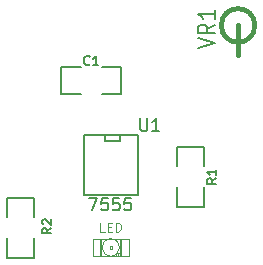
<source format=gto>
G04 (created by PCBNEW (2013-07-07 BZR 4022)-stable) date 1/28/2014 12:53:12 PM*
%MOIN*%
G04 Gerber Fmt 3.4, Leading zero omitted, Abs format*
%FSLAX34Y34*%
G01*
G70*
G90*
G04 APERTURE LIST*
%ADD10C,0.006*%
%ADD11C,0.005*%
%ADD12C,0.015*%
%ADD13C,0.0026*%
%ADD14C,0.004*%
%ADD15C,0.008*%
%ADD16C,0.0035*%
G04 APERTURE END LIST*
G54D10*
G54D11*
X16700Y-14100D02*
X16700Y-16100D01*
X16700Y-16100D02*
X14900Y-16100D01*
X14900Y-16100D02*
X14900Y-14100D01*
X14900Y-14100D02*
X16700Y-14100D01*
X16100Y-14100D02*
X16100Y-14300D01*
X16100Y-14300D02*
X15600Y-14300D01*
X15600Y-14300D02*
X15600Y-14100D01*
X16150Y-12750D02*
X16150Y-11850D01*
X16150Y-11850D02*
X15500Y-11850D01*
X14800Y-12750D02*
X14150Y-12750D01*
X14150Y-12750D02*
X14150Y-11850D01*
X14150Y-11850D02*
X14800Y-11850D01*
X15500Y-12750D02*
X16150Y-12750D01*
X18900Y-14500D02*
X18000Y-14500D01*
X18000Y-14500D02*
X18000Y-15150D01*
X18900Y-15850D02*
X18900Y-16500D01*
X18900Y-16500D02*
X18000Y-16500D01*
X18000Y-16500D02*
X18000Y-15850D01*
X18900Y-15150D02*
X18900Y-14500D01*
X13250Y-16200D02*
X12350Y-16200D01*
X12350Y-16200D02*
X12350Y-16850D01*
X13250Y-17550D02*
X13250Y-18200D01*
X13250Y-18200D02*
X12350Y-18200D01*
X12350Y-18200D02*
X12350Y-17550D01*
X13250Y-16850D02*
X13250Y-16200D01*
G54D12*
X20050Y-10450D02*
X20050Y-11450D01*
X20609Y-10450D02*
G75*
G03X20609Y-10450I-559J0D01*
G74*
G01*
G54D13*
X15771Y-17889D02*
X15849Y-17889D01*
X15849Y-17889D02*
X15849Y-17811D01*
X15771Y-17811D02*
X15849Y-17811D01*
X15771Y-17889D02*
X15771Y-17811D01*
X15987Y-18125D02*
X16124Y-18125D01*
X16124Y-18125D02*
X16124Y-18027D01*
X15987Y-18027D02*
X16124Y-18027D01*
X15987Y-18125D02*
X15987Y-18027D01*
X16124Y-18125D02*
X16164Y-18125D01*
X16164Y-18125D02*
X16164Y-17654D01*
X16124Y-17654D02*
X16164Y-17654D01*
X16124Y-18125D02*
X16124Y-17654D01*
X16124Y-17634D02*
X16164Y-17634D01*
X16164Y-17634D02*
X16164Y-17575D01*
X16124Y-17575D02*
X16164Y-17575D01*
X16124Y-17634D02*
X16124Y-17575D01*
X15456Y-18125D02*
X15496Y-18125D01*
X15496Y-18125D02*
X15496Y-17654D01*
X15456Y-17654D02*
X15496Y-17654D01*
X15456Y-18125D02*
X15456Y-17654D01*
X15456Y-17634D02*
X15496Y-17634D01*
X15496Y-17634D02*
X15496Y-17575D01*
X15456Y-17575D02*
X15496Y-17575D01*
X15456Y-17634D02*
X15456Y-17575D01*
X15987Y-18125D02*
X16046Y-18125D01*
X16046Y-18125D02*
X16046Y-18027D01*
X15987Y-18027D02*
X16046Y-18027D01*
X15987Y-18125D02*
X15987Y-18027D01*
G54D14*
X16420Y-18145D02*
X15200Y-18145D01*
X15200Y-18145D02*
X15200Y-17555D01*
X15200Y-17555D02*
X16420Y-17555D01*
X16420Y-17555D02*
X16420Y-18145D01*
X15594Y-18046D02*
G75*
G03X16026Y-18045I215J196D01*
G74*
G01*
X15594Y-17653D02*
G75*
G03X15593Y-18045I215J-196D01*
G74*
G01*
X16025Y-17653D02*
G75*
G03X15593Y-17654I-215J-196D01*
G74*
G01*
X16025Y-18046D02*
G75*
G03X16026Y-17654I-215J196D01*
G74*
G01*
G54D11*
X16795Y-13532D02*
X16795Y-13896D01*
X16814Y-13939D01*
X16833Y-13960D01*
X16871Y-13982D01*
X16947Y-13982D01*
X16985Y-13960D01*
X17004Y-13939D01*
X17023Y-13896D01*
X17023Y-13532D01*
X17423Y-13982D02*
X17195Y-13982D01*
X17309Y-13982D02*
X17309Y-13532D01*
X17271Y-13596D01*
X17233Y-13639D01*
X17195Y-13660D01*
X15095Y-16211D02*
X15361Y-16211D01*
X15190Y-16611D01*
X15704Y-16211D02*
X15514Y-16211D01*
X15495Y-16402D01*
X15514Y-16383D01*
X15552Y-16364D01*
X15647Y-16364D01*
X15685Y-16383D01*
X15704Y-16402D01*
X15723Y-16440D01*
X15723Y-16535D01*
X15704Y-16573D01*
X15685Y-16592D01*
X15647Y-16611D01*
X15552Y-16611D01*
X15514Y-16592D01*
X15495Y-16573D01*
X16085Y-16211D02*
X15895Y-16211D01*
X15876Y-16402D01*
X15895Y-16383D01*
X15933Y-16364D01*
X16028Y-16364D01*
X16066Y-16383D01*
X16085Y-16402D01*
X16104Y-16440D01*
X16104Y-16535D01*
X16085Y-16573D01*
X16066Y-16592D01*
X16028Y-16611D01*
X15933Y-16611D01*
X15895Y-16592D01*
X15876Y-16573D01*
X16466Y-16211D02*
X16276Y-16211D01*
X16257Y-16402D01*
X16276Y-16383D01*
X16314Y-16364D01*
X16409Y-16364D01*
X16447Y-16383D01*
X16466Y-16402D01*
X16485Y-16440D01*
X16485Y-16535D01*
X16466Y-16573D01*
X16447Y-16592D01*
X16409Y-16611D01*
X16314Y-16611D01*
X16276Y-16592D01*
X16257Y-16573D01*
X15100Y-11742D02*
X15085Y-11757D01*
X15042Y-11771D01*
X15014Y-11771D01*
X14971Y-11757D01*
X14942Y-11728D01*
X14928Y-11700D01*
X14914Y-11642D01*
X14914Y-11600D01*
X14928Y-11542D01*
X14942Y-11514D01*
X14971Y-11485D01*
X15014Y-11471D01*
X15042Y-11471D01*
X15085Y-11485D01*
X15100Y-11500D01*
X15385Y-11771D02*
X15214Y-11771D01*
X15300Y-11771D02*
X15300Y-11471D01*
X15271Y-11514D01*
X15242Y-11542D01*
X15214Y-11557D01*
X19321Y-15550D02*
X19178Y-15650D01*
X19321Y-15721D02*
X19021Y-15721D01*
X19021Y-15607D01*
X19035Y-15578D01*
X19050Y-15564D01*
X19078Y-15550D01*
X19121Y-15550D01*
X19150Y-15564D01*
X19164Y-15578D01*
X19178Y-15607D01*
X19178Y-15721D01*
X19321Y-15264D02*
X19321Y-15435D01*
X19321Y-15350D02*
X19021Y-15350D01*
X19064Y-15378D01*
X19092Y-15407D01*
X19107Y-15435D01*
X13821Y-17200D02*
X13678Y-17300D01*
X13821Y-17371D02*
X13521Y-17371D01*
X13521Y-17257D01*
X13535Y-17228D01*
X13550Y-17214D01*
X13578Y-17200D01*
X13621Y-17200D01*
X13650Y-17214D01*
X13664Y-17228D01*
X13678Y-17257D01*
X13678Y-17371D01*
X13550Y-17085D02*
X13535Y-17071D01*
X13521Y-17042D01*
X13521Y-16971D01*
X13535Y-16942D01*
X13550Y-16928D01*
X13578Y-16914D01*
X13607Y-16914D01*
X13650Y-16928D01*
X13821Y-17100D01*
X13821Y-16914D01*
G54D15*
X18722Y-11204D02*
X19272Y-11038D01*
X18722Y-10871D01*
X19272Y-10419D02*
X19010Y-10585D01*
X19272Y-10704D02*
X18722Y-10704D01*
X18722Y-10514D01*
X18748Y-10466D01*
X18775Y-10442D01*
X18827Y-10419D01*
X18905Y-10419D01*
X18958Y-10442D01*
X18984Y-10466D01*
X19010Y-10514D01*
X19010Y-10704D01*
X19272Y-9942D02*
X19272Y-10228D01*
X19272Y-10085D02*
X18722Y-10085D01*
X18801Y-10133D01*
X18853Y-10180D01*
X18879Y-10228D01*
G54D16*
X15607Y-17321D02*
X15464Y-17321D01*
X15464Y-17021D01*
X15707Y-17164D02*
X15807Y-17164D01*
X15850Y-17321D02*
X15707Y-17321D01*
X15707Y-17021D01*
X15850Y-17021D01*
X15978Y-17321D02*
X15978Y-17021D01*
X16050Y-17021D01*
X16092Y-17035D01*
X16121Y-17064D01*
X16135Y-17092D01*
X16150Y-17150D01*
X16150Y-17192D01*
X16135Y-17250D01*
X16121Y-17278D01*
X16092Y-17307D01*
X16050Y-17321D01*
X15978Y-17321D01*
M02*

</source>
